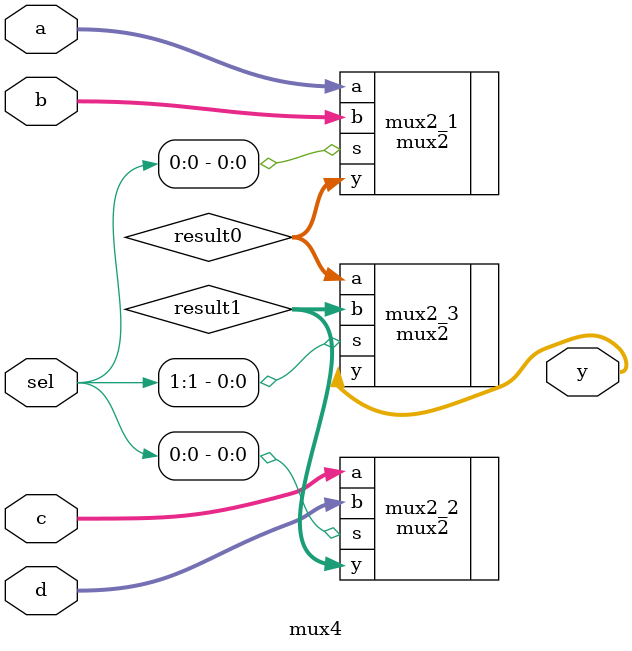
<source format=v>
`timescale 1ns / 1ps


  module mux4 #( parameter WIDTH = 32 )      //data width
  ( output [ WIDTH - 1: 0 ] y,      //output data
    input [ WIDTH - 1: 0 ] a, b, c, d ,  //input data
    input [ 1: 0 ] sel //select
  );
wire [ WIDTH - 1: 0 ] result0, result1;
mux2 mux2_1( .y( result0 ), .a( a ), .b( b ), .s( sel[ 0 ] ) );
mux2 mux2_2( .y( result1 ), .a( c ), .b( d ), .s( sel[ 0 ] ) );
mux2 mux2_3( .y( y ), .a( result0 ), .b( result1 ), .s( sel[ 1 ] ) );
endmodule

</source>
